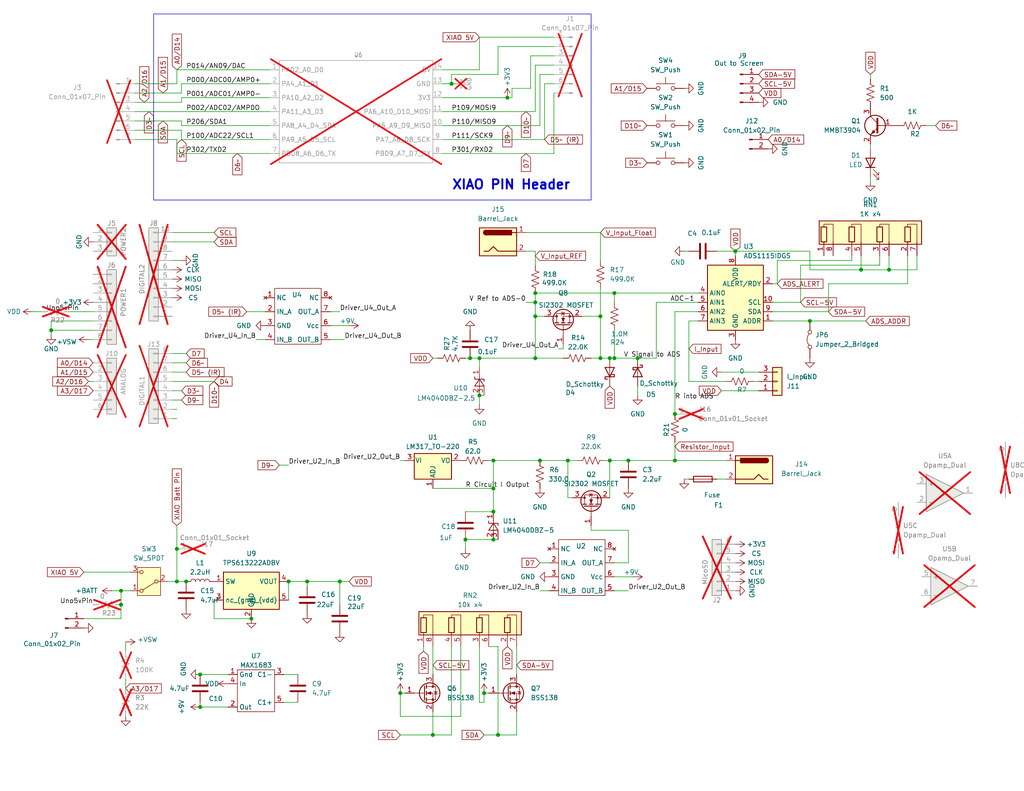
<source format=kicad_sch>
(kicad_sch (version 20250114) (generator "eeschema") (generator_version "9.0")
  (paper "USLetter")
  (title_block (title "Arduino Uno DMM Shield") (date "2025-02-22") (rev "1A") (company "Nick Mann"))
  (rectangle (start 41.91 3.81) (end 161.29 54.61))
  (text "XIAO PIN Header" (at 123.19 52.07 0) (effects (font (size 2.54 2.54) (bold yes)) (justify left bottom)))
  (junction (at 135.89 200.66))
  (junction (at 163.83 97.79))
  (junction (at 83.82 158.75))
  (junction (at 92.71 158.75))
  (junction (at 127 147.32))
  (junction (at 130.81 107.95))
  (junction (at 173.99 97.79))
  (junction (at 147.32 125.73))
  (junction (at 134.62 139.7))
  (junction (at 130.81 97.79))
  (junction (at 68.58 168.91))
  (junction (at 134.62 147.32))
  (junction (at 134.62 133.35))
  (junction (at 184.15 125.73))
  (junction (at 242.57 73.66))
  (junction (at 234.95 73.66))
  (junction (at 128.27 97.79))
  (junction (at 154.94 125.73))
  (junction (at 48.26 149.86))
  (junction (at 138.43 26.67))
  (junction (at 134.62 125.73))
  (junction (at 78.74 158.75))
  (junction (at 200.66 68.58))
  (junction (at 33.02 161.29))
  (junction (at 109.22 189.23))
  (junction (at 132.08 189.23))
  (junction (at 163.83 86.36))
  (junction (at 167.64 97.79))
  (junction (at 146.05 97.79))
  (junction (at 166.37 125.73))
  (junction (at 171.45 125.73))
  (junction (at 48.26 158.75))
  (junction (at 184.15 113.03))
  (junction (at 13.97 90.17))
  (junction (at 33.02 165.1))
  (junction (at 123.19 22.86))
  (junction (at 167.64 80.01))
  (junction (at 118.11 200.66))
  (junction (at 146.05 82.55))
  (junction (at 166.37 97.79))
  (junction (at 54.61 193.04))
  (junction (at 50.8 158.75))
  (junction (at 54.61 184.15))
  (junction (at 220.98 87.63))
  (junction (at 146.05 86.36))
  (junction (at 146.05 80.01))
  (wire (pts (xy 210.82 85.09) (xy 226.06 85.09)))
  (wire (pts (xy 83.82 158.75) (xy 83.82 160.02)))
  (wire (pts (xy 147.32 20.32) (xy 151.13 20.32)))
  (wire (pts (xy 48.26 22.86) (xy 48.26 19.05)))
  (wire (pts (xy 148.59 22.86) (xy 148.59 38.1)))
  (wire (pts (xy 237.49 48.26) (xy 237.49 49.53)))
  (wire (pts (xy 237.49 20.32) (xy 237.49 21.59)))
  (wire (pts (xy 46.99 96.52) (xy 50.8 96.52)))
  (wire (pts (xy 163.83 63.5) (xy 143.51 63.5)))
  (wire (pts (xy 120.65 38.1) (xy 148.59 38.1)))
  (wire (pts (xy 36.83 25.4) (xy 49.53 25.4)))
  (wire (pts (xy 110.49 189.23) (xy 109.22 189.23)))
  (wire (pts (xy 220.98 68.58) (xy 220.98 73.66)))
  (wire (pts (xy 140.97 200.66) (xy 140.97 194.31)))
  (wire (pts (xy 48.26 38.1) (xy 36.83 38.1)))
  (wire (pts (xy 34.29 175.26) (xy 34.29 177.8)))
  (wire (pts (xy 93.98 92.71) (xy 90.17 92.71)))
  (wire (pts (xy 139.7 24.13) (xy 144.78 24.13)))
  (wire (pts (xy 146.05 68.58) (xy 143.51 68.58)))
  (wire (pts (xy 135.89 200.66) (xy 140.97 200.66)))
  (wire (pts (xy 237.49 40.64) (xy 237.49 39.37)))
  (wire (pts (xy 13.97 90.17) (xy 13.97 91.44)))
  (wire (pts (xy 144.78 24.13) (xy 144.78 15.24)))
  (wire (pts (xy 123.19 22.86) (xy 123.19 20.32)))
  (wire (pts (xy 120.65 34.29) (xy 147.32 34.29)))
  (wire (pts (xy 133.35 189.23) (xy 132.08 189.23)))
  (wire (pts (xy 120.65 30.48) (xy 146.05 30.48)))
  (wire (pts (xy 22.86 168.91) (xy 33.02 168.91)))
  (wire (pts (xy 226.06 77.47) (xy 247.65 77.47)))
  (wire (pts (xy 46.99 66.04) (xy 58.42 66.04)))
  (wire (pts (xy 171.45 125.73) (xy 184.15 125.73)))
  (wire (pts (xy 46.99 99.06) (xy 50.8 99.06)))
  (wire (pts (xy 49.53 34.29) (xy 73.66 34.29)))
  (wire (pts (xy 13.97 90.17) (xy 25.4 90.17)))
  (wire (pts (xy 127 97.79) (xy 128.27 97.79)))
  (wire (pts (xy 140.97 176.53) (xy 140.97 184.15)))
  (wire (pts (xy 130.81 176.53) (xy 130.81 191.77)))
  (wire (pts (xy 120.65 19.05) (xy 130.81 19.05)))
  (wire (pts (xy 130.81 107.95) (xy 132.08 107.95)))
  (wire (pts (xy 161.29 144.78) (xy 161.29 143.51)))
  (wire (pts (xy 135.89 176.53) (xy 135.89 200.66)))
  (wire (pts (xy 198.12 104.14) (xy 187.96 104.14)))
  (wire (pts (xy 54.61 184.15) (xy 62.23 184.15)))
  (wire (pts (xy 212.09 77.47) (xy 210.82 77.47)))
  (wire (pts (xy 118.11 133.35) (xy 134.62 133.35)))
  (wire (pts (xy 163.83 97.79) (xy 166.37 97.79)))
  (wire (pts (xy 240.03 69.85) (xy 240.03 72.39)))
  (wire (pts (xy 130.81 110.49) (xy 130.81 107.95)))
  (wire (pts (xy 161.29 97.79) (xy 163.83 97.79)))
  (wire (pts (xy 49.53 22.86) (xy 73.66 22.86)))
  (wire (pts (xy 58.42 163.83) (xy 58.42 168.91)))
  (wire (pts (xy 173.99 97.79) (xy 179.07 97.79)))
  (wire (pts (xy 69.85 92.71) (xy 72.39 92.71)))
  (wire (pts (xy 138.43 26.67) (xy 120.65 26.67)))
  (wire (pts (xy 198.12 130.81) (xy 195.58 130.81)))
  (wire (pts (xy 33.02 165.1) (xy 33.02 161.29)))
  (wire (pts (xy 118.11 200.66) (xy 118.11 194.31)))
  (wire (pts (xy 247.65 69.85) (xy 247.65 77.47)))
  (wire (pts (xy 242.57 73.66) (xy 242.57 69.85)))
  (wire (pts (xy 24.13 92.71) (xy 25.4 92.71)))
  (wire (pts (xy 187.96 87.63) (xy 187.96 104.14)))
  (wire (pts (xy 30.48 161.29) (xy 33.02 161.29)))
  (wire (pts (xy 49.53 25.4) (xy 49.53 22.86)))
  (wire (pts (xy 167.64 90.17) (xy 167.64 97.79)))
  (wire (pts (xy 148.59 22.86) (xy 151.13 22.86)))
  (wire (pts (xy 184.15 85.09) (xy 190.5 85.09)))
  (wire (pts (xy 48.26 158.75) (xy 50.8 158.75)))
  (wire (pts (xy 49.53 33.02) (xy 49.53 34.29)))
  (wire (pts (xy 78.74 158.75) (xy 78.74 163.83)))
  (wire (pts (xy 163.83 86.36) (xy 163.83 97.79)))
  (wire (pts (xy 134.62 133.35) (xy 134.62 139.7)))
  (wire (pts (xy 143.51 82.55) (xy 146.05 82.55)))
  (wire (pts (xy 48.26 19.05) (xy 73.66 19.05)))
  (wire (pts (xy 58.42 168.91) (xy 68.58 168.91)))
  (wire (pts (xy 220.98 87.63) (xy 210.82 87.63)))
  (wire (pts (xy 200.66 68.58) (xy 200.66 69.85)))
  (wire (pts (xy 146.05 80.01) (xy 167.64 80.01)))
  (wire (pts (xy 46.99 101.6) (xy 50.8 101.6)))
  (wire (pts (xy 130.81 100.33) (xy 130.81 97.79)))
  (wire (pts (xy 54.61 191.77) (xy 54.61 193.04)))
  (wire (pts (xy 48.26 149.86) (xy 48.26 158.75)))
  (wire (pts (xy 49.53 38.1) (xy 49.53 35.56)))
  (wire (pts (xy 184.15 120.65) (xy 184.15 125.73)))
  (wire (pts (xy 76.2 127) (xy 78.74 127)))
  (wire (pts (xy 173.99 105.41) (xy 173.99 107.95)))
  (wire (pts (xy 109.22 125.73) (xy 110.49 125.73)))
  (wire (pts (xy 166.37 97.79) (xy 167.64 97.79)))
  (wire (pts (xy 167.64 80.01) (xy 190.5 80.01)))
  (wire (pts (xy 250.19 69.85) (xy 250.19 73.66)))
  (wire (pts (xy 184.15 85.09) (xy 184.15 113.03)))
  (wire (pts (xy 200.66 68.58) (xy 195.58 68.58)))
  (wire (pts (xy 147.32 153.67) (xy 149.86 153.67)))
  (wire (pts (xy 90.17 85.09) (xy 92.71 85.09)))
  (wire (pts (xy 83.82 158.75) (xy 92.71 158.75)))
  (wire (pts (xy 13.97 87.63) (xy 13.97 90.17)))
  (wire (pts (xy 115.57 177.8) (xy 115.57 176.53)))
  (wire (pts (xy 186.69 130.81) (xy 187.96 130.81)))
  (wire (pts (xy 242.57 73.66) (xy 250.19 73.66)))
  (wire (pts (xy 92.71 158.75) (xy 95.25 158.75)))
  (wire (pts (xy 166.37 125.73) (xy 171.45 125.73)))
  (wire (pts (xy 146.05 30.48) (xy 146.05 17.78)))
  (wire (pts (xy 154.94 125.73) (xy 154.94 135.89)))
  (wire (pts (xy 153.67 95.25) (xy 153.67 93.98)))
  (wire (pts (xy 146.05 86.36) (xy 148.59 86.36)))
  (wire (pts (xy 125.73 176.53) (xy 125.73 195.58)))
  (wire (pts (xy 48.26 38.1) (xy 48.26 41.91)))
  (wire (pts (xy 92.71 158.75) (xy 92.71 165.1)))
  (wire (pts (xy 36.83 30.48) (xy 73.66 30.48)))
  (wire (pts (xy 77.47 184.15) (xy 81.28 184.15)))
  (wire (pts (xy 252.73 34.29) (xy 255.27 34.29)))
  (wire (pts (xy 54.61 193.04) (xy 62.23 193.04)))
  (wire (pts (xy 77.47 191.77) (xy 81.28 191.77)))
  (wire (pts (xy 139.7 26.67) (xy 138.43 26.67)))
  (wire (pts (xy 127 139.7) (xy 134.62 139.7)))
  (wire (pts (xy 207.01 104.14) (xy 205.74 104.14)))
  (wire (pts (xy 146.05 86.36) (xy 146.05 97.79)))
  (wire (pts (xy 132.08 200.66) (xy 135.89 200.66)))
  (wire (pts (xy 109.22 195.58) (xy 125.73 195.58)))
  (wire (pts (xy 130.81 10.16) (xy 130.81 19.05)))
  (wire (pts (xy 119.38 97.79) (xy 118.11 97.79)))
  (wire (pts (xy 187.96 68.58) (xy 186.69 68.58)))
  (wire (pts (xy 146.05 17.78) (xy 151.13 17.78)))
  (wire (pts (xy 120.65 22.86) (xy 123.19 22.86)))
  (wire (pts (xy 151.13 41.91) (xy 151.13 25.4)))
  (wire (pts (xy 167.64 82.55) (xy 167.64 80.01)))
  (wire (pts (xy 34.29 185.42) (xy 34.29 187.96)))
  (wire (pts (xy 187.96 87.63) (xy 190.5 87.63)))
  (wire (pts (xy 144.78 15.24) (xy 151.13 15.24)))
  (wire (pts (xy 48.26 143.51) (xy 48.26 149.86)))
  (wire (pts (xy 46.99 109.22) (xy 49.53 109.22)))
  (wire (pts (xy 46.99 114.3) (xy 48.26 114.3)))
  (wire (pts (xy 130.81 97.79) (xy 128.27 97.79)))
  (wire (pts (xy 123.19 20.32) (xy 135.89 20.32)))
  (wire (pts (xy 24.13 104.14) (xy 25.4 104.14)))
  (wire (pts (xy 154.94 125.73) (xy 147.32 125.73)))
  (wire (pts (xy 212.09 71.12) (xy 232.41 71.12)))
  (wire (pts (xy 49.53 38.1) (xy 73.66 38.1)))
  (wire (pts (xy 154.94 125.73) (xy 157.48 125.73)))
  (wire (pts (xy 207.01 106.68) (xy 196.85 106.68)))
  (wire (pts (xy 179.07 82.55) (xy 179.07 97.79)))
  (wire (pts (xy 46.99 104.14) (xy 58.42 104.14)))
  (wire (pts (xy 46.99 111.76) (xy 48.26 111.76)))
  (wire (pts (xy 46.99 106.68) (xy 49.53 106.68)))
  (wire (pts (xy 48.26 41.91) (xy 73.66 41.91)))
  (wire (pts (xy 67.31 85.09) (xy 72.39 85.09)))
  (wire (pts (xy 133.35 176.53) (xy 135.89 176.53)))
  (wire (pts (xy 134.62 125.73) (xy 147.32 125.73)))
  (wire (pts (xy 130.81 10.16) (xy 151.13 10.16)))
  (wire (pts (xy 139.7 24.13) (xy 139.7 26.67)))
  (wire (pts (xy 218.44 72.39) (xy 240.03 72.39)))
  (wire (pts (xy 163.83 63.5) (xy 163.83 71.12)))
  (wire (pts (xy 33.02 168.91) (xy 33.02 165.1)))
  (wire (pts (xy 118.11 176.53) (xy 118.11 184.15)))
  (wire (pts (xy 118.11 200.66) (xy 109.22 200.66)))
  (wire (pts (xy 25.4 87.63) (xy 13.97 87.63)))
  (wire (pts (xy 158.75 86.36) (xy 163.83 86.36)))
  (wire (pts (xy 236.22 87.63) (xy 220.98 87.63)))
  (wire (pts (xy 46.99 71.12) (xy 49.53 71.12)))
  (wire (pts (xy 165.1 125.73) (xy 166.37 125.73)))
  (wire (pts (xy 146.05 80.01) (xy 146.05 82.55)))
  (wire (pts (xy 220.98 73.66) (xy 234.95 73.66)))
  (wire (pts (xy 120.65 41.91) (xy 151.13 41.91)))
  (wire (pts (xy 36.83 33.02) (xy 49.53 33.02)))
  (wire (pts (xy 49.53 26.67) (xy 73.66 26.67)))
  (wire (pts (xy 226.06 77.47) (xy 226.06 85.09)))
  (wire (pts (xy 161.29 144.78) (xy 171.45 144.78)))
  (wire (pts (xy 146.05 82.55) (xy 146.05 86.36)))
  (wire (pts (xy 49.53 27.94) (xy 49.53 26.67)))
  (wire (pts (xy 36.83 35.56) (xy 49.53 35.56)))
  (wire (pts (xy 22.86 156.21) (xy 35.56 156.21)))
  (wire (pts (xy 207.01 101.6) (xy 196.85 101.6)))
  (wire (pts (xy 8.89 85.09) (xy 11.43 85.09)))
  (wire (pts (xy 127 147.32) (xy 134.62 147.32)))
  (wire (pts (xy 212.09 71.12) (xy 212.09 77.47)))
  (wire (pts (xy 109.22 189.23) (xy 109.22 195.58)))
  (wire (pts (xy 147.32 20.32) (xy 147.32 34.29)))
  (wire (pts (xy 234.95 69.85) (xy 234.95 73.66)))
  (wire (pts (xy 171.45 144.78) (xy 171.45 153.67)))
  (wire (pts (xy 154.94 135.89) (xy 156.21 135.89)))
  (wire (pts (xy 123.19 200.66) (xy 118.11 200.66)))
  (wire (pts (xy 167.64 97.79) (xy 173.99 97.79)))
  (wire (pts (xy 166.37 125.73) (xy 166.37 135.89)))
  (wire (pts (xy 179.07 82.55) (xy 190.5 82.55)))
  (wire (pts (xy 123.19 176.53) (xy 123.19 200.66)))
  (wire (pts (xy 146.05 68.58) (xy 146.05 72.39)))
  (wire (pts (xy 130.81 191.77) (xy 132.08 191.77)))
  (wire (pts (xy 19.05 85.09) (xy 25.4 85.09)))
  (wire (pts (xy 134.62 133.35) (xy 134.62 125.73)))
  (wire (pts (xy 45.72 158.75) (xy 48.26 158.75)))
  (wire (pts (xy 171.45 161.29) (xy 167.64 161.29)))
  (wire (pts (xy 135.89 20.32) (xy 135.89 12.7)))
  (wire (pts (xy 172.72 157.48) (xy 167.64 157.48)))
  (wire (pts (xy 171.45 153.67) (xy 167.64 153.67)))
  (wire (pts (xy 132.08 189.23) (xy 132.08 191.77)))
  (wire (pts (xy 146.05 97.79) (xy 153.67 97.79)))
  (wire (pts (xy 200.66 68.58) (xy 220.98 68.58)))
  (wire (pts (xy 78.74 158.75) (xy 83.82 158.75)))
  (wire (pts (xy 218.44 72.39) (xy 218.44 82.55)))
  (wire (pts (xy 135.89 12.7) (xy 151.13 12.7)))
  (wire (pts (xy 232.41 71.12) (xy 232.41 69.85)))
  (wire (pts (xy 123.19 22.86) (xy 124.46 22.86)))
  (wire (pts (xy 163.83 78.74) (xy 163.83 86.36)))
  (wire (pts (xy 184.15 125.73) (xy 198.12 125.73)))
  (wire (pts (xy 130.81 97.79) (xy 146.05 97.79)))
  (wire (pts (xy 95.25 88.9) (xy 90.17 88.9)))
  (wire (pts (xy 134.62 147.32) (xy 135.89 147.32)))
  (wire (pts (xy 33.02 161.29) (xy 35.56 161.29)))
  (wire (pts (xy 210.82 82.55) (xy 218.44 82.55)))
  (wire (pts (xy 36.83 22.86) (xy 48.26 22.86)))
  (wire (pts (xy 127 149.86) (xy 127 147.32)))
  (wire (pts (xy 234.95 73.66) (xy 242.57 73.66)))
  (wire (pts (xy 152.4 95.25) (xy 153.67 95.25)))
  (wire (pts (xy 36.83 27.94) (xy 49.53 27.94)))
  (wire (pts (xy 46.99 63.5) (xy 58.42 63.5)))
  (wire (pts (xy 147.32 161.29) (xy 149.86 161.29)))
  (wire (pts (xy 134.62 125.73) (xy 133.35 125.73)))
  (label "P000{slash}ADC00{slash}AMP0+" (at 50.8 22.86 0))
  (label "P109{slash}MOSI9" (at 123.19 30.48 0))
  (label "R Circuit I Output" (at 127 133.35 0))
  (label "Driver_U4_Out_A" (at 92.71 85.09 0))
  (label "Driver_U2_Out_B" (at 109.22 125.73 180))
  (label "V Ref to ADS-0" (at 143.51 82.55 180))
  (label "Driver_U2_In_B" (at 78.74 127 0))
  (label "Driver_U4_Out_B" (at 93.98 92.71 0))
  (label "V Signal to ADS" (at 170.18 97.79 0))
  (label "R into ADS" (at 184.15 109.22 0))
  (label "P301{slash}RXD2" (at 123.19 41.91 0))
  (label "Driver_U2_Out_B" (at 171.45 161.29 0))
  (label "P302{slash}TXD2" (at 50.8 41.91 0))
  (label "ADC-1" (at 182.88 82.55 0))
  (label "P206{slash}SDA1" (at 50.8 34.29 0))
  (label "P100{slash}ADC22{slash}SCL1" (at 50.8 38.1 0))
  (label "P001{slash}ADC01{slash}AMP0-" (at 50.8 26.67 0))
  (label "P110{slash}MISO9" (at 123.19 34.29 0))
  (label "Uno5vPin" (at 25.4 165.1 180))
  (label "P111{slash}SCK9" (at 123.19 38.1 0))
  (label "Driver_U4_In_B" (at 69.85 92.71 180))
  (label "P014{slash}AN09{slash}DAC" (at 50.8 19.05 0))
  (label "Driver_U2_In_B" (at 147.32 161.29 180))
  (label "Driver_U4_Out_A" (at 152.4 95.25 180))
  (label "Uno5vPin" (at 21.59 85.09 180))
  (label "P002{slash}ADC02{slash}AMP0O" (at 50.8 30.48 0))
  (global_label "A0{slash}D14" (shape input) (at 25.4 99.06 180) (property "Intersheetrefs" "${INTERSHEET_REFS}" (effects (hide yes))))
  (global_label "I_Input" (shape input) (at 187.96 95.25 0) (property "Intersheetrefs" "${INTERSHEET_REFS}" (effects (hide yes))))
  (global_label "D5~ (IR)" (shape input) (at 67.31 85.09 180) (property "Intersheetrefs" "${INTERSHEET_REFS}" (effects (hide yes))))
  (global_label "VDD" (shape input) (at 207.01 25.4 0) (property "Intersheetrefs" "${INTERSHEET_REFS}" (effects (hide yes))))
  (global_label "VDD" (shape input) (at 115.57 177.8 270) (property "Intersheetrefs" "${INTERSHEET_REFS}" (effects (hide yes))))
  (global_label "SCL" (shape input) (at 49.53 38.1 270) (property "Intersheetrefs" "${INTERSHEET_REFS}" (effects (hide yes))))
  (global_label "A2{slash}D16" (shape input) (at 39.37 27.94 90) (property "Intersheetrefs" "${INTERSHEET_REFS}" (effects (hide yes))))
  (global_label "SDA" (shape input) (at 132.08 200.66 180) (property "Intersheetrefs" "${INTERSHEET_REFS}" (effects (hide yes))))
  (global_label "D9~" (shape input) (at 49.53 109.22 0) (property "Intersheetrefs" "${INTERSHEET_REFS}" (effects (hide yes))))
  (global_label "VDD" (shape input) (at 196.85 106.68 180) (property "Intersheetrefs" "${INTERSHEET_REFS}" (effects (hide yes))))
  (global_label "XIAO 5V" (shape input) (at 22.86 156.21 180) (property "Intersheetrefs" "${INTERSHEET_REFS}" (effects (hide yes))))
  (global_label "D6~" (shape input) (at 50.8 99.06 0) (property "Intersheetrefs" "${INTERSHEET_REFS}" (effects (hide yes))))
  (global_label "ADS_ALERT" (shape input) (at 212.09 77.47 0) (property "Intersheetrefs" "${INTERSHEET_REFS}" (effects (hide yes))))
  (global_label "A0{slash}D14" (shape input) (at 48.26 19.05 90) (property "Intersheetrefs" "${INTERSHEET_REFS}" (effects (hide yes))))
  (global_label "D7" (shape input) (at 143.51 41.91 270) (property "Intersheetrefs" "${INTERSHEET_REFS}" (effects (hide yes))))
  (global_label "XIAO 5V" (shape input) (at 130.81 10.16 180) (property "Intersheetrefs" "${INTERSHEET_REFS}" (effects (hide yes))))
  (global_label "A2{slash}D16" (shape input) (at 24.13 104.14 180) (property "Intersheetrefs" "${INTERSHEET_REFS}" (effects (hide yes))))
  (global_label "VDD" (shape input) (at 95.25 158.75 0) (property "Intersheetrefs" "${INTERSHEET_REFS}" (effects (hide yes))))
  (global_label "D6~" (shape input) (at 255.27 34.29 0) (property "Intersheetrefs" "${INTERSHEET_REFS}" (effects (hide yes))))
  (global_label "SCL-5V" (shape input) (at 118.11 181.61 0) (property "Intersheetrefs" "${INTERSHEET_REFS}" (effects (hide yes))))
  (global_label "D4" (shape input) (at 58.42 104.14 0) (property "Intersheetrefs" "${INTERSHEET_REFS}" (effects (hide yes))))
  (global_label "VDD" (shape input) (at 166.37 105.41 270) (property "Intersheetrefs" "${INTERSHEET_REFS}" (effects (hide yes))))
  (global_label "D10~" (shape input) (at 176.53 34.29 180) (property "Intersheetrefs" "${INTERSHEET_REFS}" (effects (hide yes))))
  (global_label "D7" (shape input) (at 50.8 96.52 0) (property "Intersheetrefs" "${INTERSHEET_REFS}" (effects (hide yes))))
  (global_label "A1{slash}D15" (shape input) (at 176.53 24.13 180) (property "Intersheetrefs" "${INTERSHEET_REFS}" (effects (hide yes))))
  (global_label "Resistor_Input" (shape input) (at 184.15 121.92 0) (property "Intersheetrefs" "${INTERSHEET_REFS}" (effects (hide yes))))
  (global_label "SDA-5V" (shape input) (at 140.97 181.61 0) (property "Intersheetrefs" "${INTERSHEET_REFS}" (effects (hide yes))))
  (global_label "V_Input_Float" (shape input) (at 163.83 63.5 0) (property "Intersheetrefs" "${INTERSHEET_REFS}" (effects (hide yes))))
  (global_label "D7" (shape input) (at 147.32 153.67 180) (property "Intersheetrefs" "${INTERSHEET_REFS}" (effects (hide yes))))
  (global_label "A3{slash}D17" (shape input) (at 34.29 187.96 0) (property "Intersheetrefs" "${INTERSHEET_REFS}" (effects (hide yes))))
  (global_label "D3~" (shape input) (at 176.53 44.45 180) (property "Intersheetrefs" "${INTERSHEET_REFS}" (effects (hide yes))))
  (global_label "A3{slash}D17" (shape input) (at 25.4 106.68 180) (property "Intersheetrefs" "${INTERSHEET_REFS}" (effects (hide yes))))
  (global_label "VDD" (shape input) (at 237.49 20.32 90) (property "Intersheetrefs" "${INTERSHEET_REFS}" (effects (hide yes))))
  (global_label "SDA-5V" (shape input) (at 207.01 20.32 0) (property "Intersheetrefs" "${INTERSHEET_REFS}" (effects (hide yes))))
  (global_label "V_Input_REF" (shape input) (at 146.05 69.85 0) (property "Intersheetrefs" "${INTERSHEET_REFS}" (effects (hide yes))))
  (global_label "ADS_ADDR" (shape input) (at 236.22 87.63 0) (property "Intersheetrefs" "${INTERSHEET_REFS}" (effects (hide yes))))
  (global_label "D5~ (IR)" (shape input) (at 50.8 101.6 0) (property "Intersheetrefs" "${INTERSHEET_REFS}" (effects (hide yes))))
  (global_label "A0{slash}D14" (shape input) (at 209.55 38.1 0) (property "Intersheetrefs" "${INTERSHEET_REFS}" (effects (hide yes))))
  (global_label "A1{slash}D15" (shape input) (at 44.45 25.4 90) (property "Intersheetrefs" "${INTERSHEET_REFS}" (effects (hide yes))))
  (global_label "A1{slash}D15" (shape input) (at 25.4 101.6 180) (property "Intersheetrefs" "${INTERSHEET_REFS}" (effects (hide yes))))
  (global_label "D9~" (shape input) (at 138.43 34.29 270) (property "Intersheetrefs" "${INTERSHEET_REFS}" (effects (hide yes))))
  (global_label "SCL" (shape input) (at 58.42 63.5 0) (property "Intersheetrefs" "${INTERSHEET_REFS}" (effects (hide yes))))
  (global_label "SDA" (shape input) (at 58.42 66.04 0) (property "Intersheetrefs" "${INTERSHEET_REFS}" (effects (hide yes))))
  (global_label "SDA" (shape input) (at 44.45 33.02 270) (property "Intersheetrefs" "${INTERSHEET_REFS}" (effects (hide yes))))
  (global_label "D3~" (shape input) (at 40.64 30.48 270) (property "Intersheetrefs" "${INTERSHEET_REFS}" (effects (hide yes))))
  (global_label "SCL" (shape input) (at 109.22 200.66 180) (property "Intersheetrefs" "${INTERSHEET_REFS}" (effects (hide yes))))
  (global_label "VDD" (shape input) (at 138.43 176.53 270) (property "Intersheetrefs" "${INTERSHEET_REFS}" (effects (hide yes))))
  (global_label "D10~" (shape input) (at 58.42 104.14 270) (property "Intersheetrefs" "${INTERSHEET_REFS}" (effects (hide yes))))
  (global_label "VDD" (shape input) (at 200.66 68.58 90) (property "Intersheetrefs" "${INTERSHEET_REFS}" (effects (hide yes))))
  (global_label "D6~" (shape input) (at 64.77 41.91 270) (property "Intersheetrefs" "${INTERSHEET_REFS}" (effects (hide yes))))
  (global_label "XIAO Batt Pin" (shape input) (at 48.26 143.51 90) (property "Intersheetrefs" "${INTERSHEET_REFS}" (effects (hide yes))))
  (global_label "D10~" (shape input) (at 143.51 30.48 270) (property "Intersheetrefs" "${INTERSHEET_REFS}" (effects (hide yes))))
  (global_label "SCL-5V" (shape input) (at 207.01 22.86 0) (property "Intersheetrefs" "${INTERSHEET_REFS}" (effects (hide yes))))
  (global_label "SCL-5V" (shape input) (at 218.44 82.55 0) (property "Intersheetrefs" "${INTERSHEET_REFS}" (effects (hide yes))))
  (global_label "D3~" (shape input) (at 49.53 106.68 0) (property "Intersheetrefs" "${INTERSHEET_REFS}" (effects (hide yes))))
  (global_label "D5~ (IR)" (shape input) (at 148.59 38.1 0) (property "Intersheetrefs" "${INTERSHEET_REFS}" (effects (hide yes))))
  (global_label "VDD" (shape input) (at 118.11 97.79 180) (property "Intersheetrefs" "${INTERSHEET_REFS}" (effects (hide yes))))
  (global_label "SDA-5V" (shape input) (at 226.06 85.09 0) (property "Intersheetrefs" "${INTERSHEET_REFS}" (effects (hide yes))))
  (global_label "D9~" (shape input) (at 76.2 127 180) (property "Intersheetrefs" "${INTERSHEET_REFS}" (effects (hide yes))))
  (symbol (lib_id "Device:Opamp_Dual") (at 276.86 128.27 0) (unit 3) (dnp yes)
    (property "Reference" "U8" (at 275.59 126.9999 0) (effects (justify left)))
    (property "Value" "Opamp_Dual" (at 275.59 129.5399 0) (effects (justify left)))
    (property "Footprint" "Package_SO:SOIC-8_3.9x4.9mm_P1.27mm" (effects (hide yes)))
    (property "Description" "Dual operational amplifier" (effects (hide yes)))
    (property "Sim.Library" "${KICAD9_SYMBOL_DIR}/Simulation_SPICE.sp" (effects (hide yes)))
    (property "Sim.Name" "kicad_builtin_opamp_dual" (effects (hide yes)))
    (property "Sim.Device" "SUBCKT" (effects (hide yes)))
    (property "Sim.Pins" "1=out1 2=in1- 3=in1+ 4=vee 5=in2+ 6=in2- 7=out2 8=vcc" (effects (hide yes)))
  )
  (symbol (lib_id "Transistor_FET:BSS138") (at 115.57 189.23 0) (unit 1)
    (property "Reference" "Q6" (at 121.92 187.9599 0) (effects (justify left)))
    (property "Value" "BSS138" (at 121.92 190.4999 0) (effects (justify left)))
    (property "Footprint" "Package_TO_SOT_SMD:SOT-23" (effects (hide yes)))
    (property "Datasheet" "https://www.onsemi.com/pub/Collateral/BSS138-D.PDF" (effects (hide yes)))
    (property "Description" "50V Vds, 0.22A Id, N-Channel MOSFET, SOT-23" (effects (hide yes)))
  )
  (symbol (lib_name "+BATT_1") (lib_id "power:+BATT") (at 30.48 161.29 90) (unit 1)
    (property "Reference" "#PWR063" (effects (hide yes)))
    (property "Value" "+BATT" (at 26.67 161.2901 90) (effects (justify left)))
    (property "Description" "Power symbol creates a global label with name \"+BATT\"" (effects (hide yes)))
  )
  (symbol (lib_id "Device:C") (at 54.61 187.96 0) (unit 1)
    (property "Reference" "C10" (at 56.896 190.754 0) (effects (justify left)))
    (property "Value" "4.7uF" (at 46.228 187.96 0) (effects (justify left)))
    (property "Footprint" "Capacitor_SMD:C_0805_2012Metric_Pad1.18x1.45mm_HandSolder" (effects (hide yes)))
    (property "Description" "Unpolarized capacitor" (effects (hide yes)))
    (property "Function" "Charge Pump" (effects (hide yes)))
  )
  (symbol (lib_id "power:+3.3V") (at 200.66 151.13 270) (unit 1)
    (property "Reference" "#PWR076" (effects (hide yes)))
    (property "Value" "CS" (at 206.375 151.13 90))
  )
  (symbol (lib_id "Device:R_US") (at 172.72 234.95 180) (unit 1) (on_board no) (dnp yes)
    (property "Reference" "R19" (at 170.688 236.22 0) (effects (justify left)))
    (property "Value" "10K" (at 170.942 233.934 0) (effects (justify left)))
    (property "Footprint" "Resistor_SMD:R_0805_2012Metric_Pad1.20x1.40mm_HandSolder" (effects (hide yes)))
    (property "Description" "Resistor, US symbol" (effects (hide yes)))
    (property "ValueTemp" "5K" (effects (hide yes)))
    (property "Function" "Current Limit" (effects (hide yes)))
  )
  (symbol (lib_id "power:+9V") (at 54.61 193.04 90) (unit 1)
    (property "Reference" "#PWR036" (effects (hide yes)))
    (property "Value" "+9V" (at 49.53 193.04 0))
    (property "Description" "Power symbol creates a global label with name \"+9V\"" (effects (hide yes)))
  )
  (symbol (lib_id "Transistor_FET:DMG2302U") (at 153.67 88.9 90) (unit 1)
    (property "Reference" "Q8" (at 153.67 80.01 90))
    (property "Value" "SI2302 MOSFET" (at 154.432 83.312 90))
    (property "Footprint" "Package_TO_SOT_SMD:SOT-23" (effects (hide yes)))
    (property "Datasheet" "http://www.diodes.com/assets/Datasheets/DMG2302U.pdf" (effects (hide yes)))
    (property "Description" "4.2A Id, 20V Vds, N-Channel MOSFET, SOT-23" (effects (hide yes)))
    (property "Function" "R Circuit Range Switch" (effects (hide yes)))
  )
  (symbol (lib_id "Transistor_FET:DMG2302U") (at 161.29 138.43 90) (unit 1)
    (property "Reference" "Q2" (at 161.29 129.54 90))
    (property "Value" "SI2302 MOSFET" (at 161.29 132.08 90))
    (property "Footprint" "Package_TO_SOT_SMD:SOT-23" (effects (hide yes)))
    (property "Datasheet" "http://www.diodes.com/assets/Datasheets/DMG2302U.pdf" (effects (hide yes)))
    (property "Description" "4.2A Id, 20V Vds, N-Channel MOSFET, SOT-23" (effects (hide yes)))
    (property "Function" "R Circuit Range Switch" (effects (hide yes)))
  )
  (symbol (lib_id "Connector:Conn_01x07_Pin") (at 156.21 17.78 0) (mirror y) (unit 1) (dnp yes)
    (property "Reference" "J1" (at 155.575 5.08 0))
    (property "Value" "Conn_01x07_Pin" (at 155.575 7.62 0))
    (property "Footprint" "Connector_PinSocket_2.54mm:PinSocket_1x07_P2.54mm_Vertical" (effects (hide yes)))
    (property "Description" "Generic connector, single row, 01x07, script generated" (effects (hide yes)))
  )
  (symbol (lib_id "power:+3.3V") (at 25.4 82.55 90) (unit 1)
    (property "Reference" "#PWR021" (effects (hide yes)))
    (property "Value" "+3V3" (at 19.685 82.55 90))
  )
  (symbol (lib_id "Device:R_US") (at 15.24 85.09 90) (unit 1) (dnp yes)
    (property "Reference" "R22" (at 15.748 87.376 90))
    (property "Value" "0" (at 15.748 82.296 90))
    (property "Footprint" "Resistor_SMD:R_0805_2012Metric_Pad1.20x1.40mm_HandSolder" (effects (hide yes)))
    (property "Description" "Resistor, US symbol" (effects (hide yes)))
    (property "Function" "BJTCurrentLimit1" (effects (hide yes)))
  )
  (symbol (lib_id "Analog_ADC:ADS1115IDGS") (at 200.66 82.55 0) (unit 1)
    (property "Reference" "U3" (at 202.8541 67.31 0) (effects (justify left)))
    (property "Value" "ADS1115IDGS" (at 202.8541 69.85 0) (effects (justify left)))
    (property "Footprint" "Package_SO:TSSOP-10_3x3mm_P0.5mm" (effects (hide yes)))
    (property "Datasheet" "http://www.ti.com/lit/ds/symlink/ads1113.pdf" (effects (hide yes)))
    (property "Description" "Ultra-Small, Low-Power, I2C-Compatible, 860-SPS, 16-Bit ADCs With Internal Reference, Oscillator, and Programmable Comparator, VSSOP-10" (effects (hide yes)))
    (property "ValueTemp" "ADS1115IDGS" (effects (hide yes)))
  )
  (symbol (lib_id "Device:C") (at 50.8 162.56 0) (unit 1)
    (property "Reference" "C15" (at 54.61 161.2899 0) (effects (justify left)))
    (property "Value" "4.7uF" (at 54.61 163.8299 0) (effects (justify left)))
    (property "Footprint" "Capacitor_SMD:C_0805_2012Metric_Pad1.18x1.45mm_HandSolder" (effects (hide yes)))
    (property "Description" "Unpolarized capacitor" (effects (hide yes)))
    (property "Function" "Boost Circuit Input" (effects (hide yes)))
  )
  (symbol (lib_id "Device:Fuse") (at 191.77 130.81 270) (mirror x) (unit 1)
    (property "Reference" "F1" (at 196.088 137.922 90))
    (property "Value" "Fuse" (at 194.31 135.128 90))
    (property "Footprint" "Fuse:Fuse_1206_3216Metric_Pad1.42x1.75mm_HandSolder" (effects (hide yes)))
    (property "Description" "Fuse" (effects (hide yes)))
    (property "Function" "Dead Short Protection" (effects (hide yes)))
  )
  (symbol (lib_id "Connector_Generic:Conn_01x10") (at 41.91 76.2 180) (unit 1) (dnp yes)
    (property "Reference" "J8" (at 41.91 60.96 0))
    (property "Value" "DIGITAL2" (at 38.735 76.2 90))
    (property "Footprint" "Library:PinHeader_1x10_P2.54mm_Vertical_NoBox" (effects (hide yes)))
    (property "ValueTemp" "DIGITAL2" (effects (hide yes)))
  )
  (symbol (lib_id "Reference_Voltage:LM4040DBZ-5") (at 134.62 143.51 90) (unit 1)
    (property "Reference" "U11" (at 137.16 142.2399 90) (effects (justify right)))
    (property "Value" "LM4040DBZ-5" (at 137.16 144.7799 90) (effects (justify right)))
    (property "Footprint" "Package_TO_SOT_SMD:SOT-23" (effects (hide yes)))
    (property "Datasheet" "http://www.ti.com/lit/ds/symlink/lm4040-n.pdf" (effects (hide yes)))
    (property "Description" "5.000V Precision Micropower Shunt Voltage Reference, SOT-23" (effects (hide yes)))
    (property "Function" "R Circuit Reference" (effects (hide yes)))
  )
  (symbol (lib_id "power:+3.3V") (at 46.99 78.74 270) (unit 1)
    (property "Reference" "#PWR02" (effects (hide yes)))
    (property "Value" "MOSI" (at 52.705 78.74 90))
  )
  (symbol (lib_id "power:GND") (at 13.97 91.44 0) (unit 1)
    (property "Reference" "#PWR018" (effects (hide yes)))
    (property "Value" "GND" (at 13.97 95.25 0))
  )
  (symbol (lib_id "power:+VSW") (at 24.13 92.71 90) (unit 1)
    (property "Reference" "#PWR019" (effects (hide yes)))
    (property "Value" "+VSW" (at 20.955 93.345 90) (effects (justify left)))
  )
  (symbol (lib_id "Connector:Conn_01x02_Pin") (at 17.78 168.91 0) (unit 1)
    (property "Reference" "J7" (at 14.732 173.482 0))
    (property "Value" "Conn_01x02_Pin" (at 14.224 175.768 0))
    (property "Footprint" "Connector_PinSocket_2.54mm:PinSocket_1x02_P2.54mm_Vertical" (effects (hide yes)))
    (property "Description" "Generic connector, single row, 01x02, script generated" (effects (hide yes)))
  )
  (symbol (lib_id "power:GND") (at 68.58 168.91 0) (unit 1)
    (property "Reference" "#PWR029" (effects (hide yes)))
    (property "Value" "GND" (effects (hide yes)))
    (property "Description" "Power symbol creates a global label with name \"GND\" , ground" (effects (hide yes)))
  )
  (symbol (lib_id "power:GND") (at 127 149.86 0) (unit 1)
    (property "Reference" "#PWR042" (effects (hide yes)))
    (property "Value" "GND" (at 125.984 154.94 0))
    (property "Description" "Power symbol creates a global label with name \"GND\" , ground" (effects (hide yes)))
  )
  (symbol (lib_id "Device:R_US") (at 163.83 74.93 0) (unit 1)
    (property "Reference" "R17" (at 166.37 73.6599 0) (effects (justify left)))
    (property "Value" "499.0K" (at 166.37 76.1999 0) (effects (justify left)))
    (property "Footprint" "Resistor_SMD:R_0805_2012Metric_Pad1.20x1.40mm_HandSolder" (effects (hide yes)))
    (property "Description" "Resistor, US symbol" (effects (hide yes)))
    (property "ValueTemp" "75K" (effects (hide yes)))
    (property "Function" "V Signal Divider" (effects (hide yes)))
  )
  (symbol (lib_id "power:GND") (at 92.71 172.72 0) (unit 1)
    (property "Reference" "#PWR082" (effects (hide yes)))
    (property "Value" "GND" (effects (hide yes)))
    (property "Description" "Power symbol creates a global label with name \"GND\" , ground" (effects (hide yes)))
  )
  (symbol (lib_id "Device:R_US") (at 123.19 97.79 90) (unit 1)
    (property "Reference" "R27" (at 121.92 95.758 0) (effects (justify left)))
    (property "Value" "4.7K" (at 124.206 96.012 0) (effects (justify left)))
    (property "Footprint" "Resistor_SMD:R_0805_2012Metric_Pad1.20x1.40mm_HandSolder" (effects (hide yes)))
    (property "Description" "Resistor, US symbol" (effects (hide yes)))
    (property "ValueTemp" "5K" (effects (hide yes)))
    (property "Function" "Current Limit" (effects (hide yes)))
  )
  (symbol (lib_id "power:GND") (at 171.45 133.35 0) (unit 1)
    (property "Reference" "#PWR047" (effects (hide yes)))
    (property "Value" "GND" (at 171.45 138.43 0))
    (property "Description" "Power symbol creates a global label with name \"GND\" , ground" (effects (hide yes)))
  )
  (symbol (lib_id "Connector:Conn_01x04_Pin") (at 201.93 22.86 0) (unit 1)
    (property "Reference" "J9" (at 202.565 15.24 0))
    (property "Value" "Out to Screen" (at 201.676 17.272 0))
    (property "Footprint" "Connector_PinSocket_2.54mm:PinSocket_1x04_P2.54mm_Vertical" (effects (hide yes)))
    (property "Description" "Generic connector, single row, 01x04, script generated" (effects (hide yes)))
    (property "ValueTemp" "Out to Screen" (effects (hide yes)))
  )
  (symbol (lib_id "Device:D_Schottky") (at 173.99 101.6 270) (unit 1)
    (property "Reference" "D5" (at 176.276 107.696 90) (effects (justify left)))
    (property "Value" "D_Schottky" (at 174.498 104.648 90) (effects (justify left)))
    (property "Footprint" "Diode_SMD:D_SOD-123" (effects (hide yes)))
    (property "Description" "Schottky diode" (effects (hide yes)))
    (property "Function" "Overvoltage Proection" (effects (hide yes)))
  )
  (symbol (lib_id "Switch:SW_Push") (at 181.61 44.45 0) (unit 1)
    (property "Reference" "SW1" (at 181.61 36.83 0))
    (property "Value" "SW_Push" (at 181.61 39.37 0))
    (property "Footprint" "Button_Switch_SMD:SW_SPST_CK_RS282G05A3" (effects (hide yes)))
    (property "Description" "Push button switch, generic, two pins" (effects (hide yes)))
    (property "ValueTemp" "SW_Push" (effects (hide yes)))
  )
  (symbol (lib_id "power:GND") (at 209.55 40.64 90) (unit 1)
    (property "Reference" "#PWR044" (effects (hide yes)))
    (property "Value" "GND" (at 214.122 40.64 0))
    (property "Description" "Power symbol creates a global label with name \"GND\" , ground" (effects (hide yes)))
  )
  (symbol (lib_id "power:+5V") (at 62.23 186.69 90) (unit 1)
    (property "Reference" "#PWR039" (effects (hide yes)))
    (property "Value" "VDD" (at 57.912 186.69 90))
  )
  (symbol (lib_id "Connector_Generic:Conn_01x06") (at 195.58 156.21 180) (unit 1) (dnp yes)
    (property "Reference" "J2" (at 195.58 163.83 0))
    (property "Value" "MicoSD" (at 192.405 156.21 90))
    (property "Footprint" "Connector_PinSocket_2.54mm:PinSocket_1x06_P2.54mm_Vertical" (effects (hide yes)))
  )
  (symbol (lib_id "power:GND") (at 186.69 44.45 90) (unit 1)
    (property "Reference" "#PWR024" (effects (hide yes)))
    (property "Value" "GND" (at 191.262 44.45 0))
    (property "Description" "Power symbol creates a global label with name \"GND\" , ground" (effects (hide yes)))
  )
  (symbol (lib_id "Connector_Generic:Conn_01x06") (at 30.48 104.14 0) (unit 1) (dnp yes)
    (property "Reference" "J10" (at 30.48 96.52 0))
    (property "Value" "ANALOG" (at 33.655 104.14 90))
    (property "Footprint" "Library:PinHeader_1x06_P2.54mm_Vertical_NoBox" (effects (hide yes)))
    (property "ValueTemp" "ANALOG" (effects (hide yes)))
  )
  (symbol (lib_id "power:GND") (at 54.61 184.15 270) (unit 1)
    (property "Reference" "#PWR037" (effects (hide yes)))
    (property "Value" "GND" (at 50.038 182.626 0))
    (property "Description" "Power symbol creates a global label with name \"GND\" , ground" (effects (hide yes)))
  )
  (symbol (lib_id "Device:R_Pack04_SIP") (at 237.49 64.77 0) (unit 1)
    (property "Reference" "RN1" (at 237.49 55.88 0))
    (property "Value" "1K x4" (at 237.49 58.42 0))
    (property "Footprint" "Resistor_SMD:R_Array_Convex_4x1206" (effects (hide yes)))
    (property "Datasheet" "http://www.vishay.com/docs/31509/csc.pdf" (effects (hide yes)))
    (property "Description" "4 resistor network, parallel topology, SIP package" (effects (hide yes)))
  )
  (symbol (lib_id "power:GND") (at 83.82 167.64 0) (unit 1)
    (property "Reference" "#PWR010" (effects (hide yes)))
    (property "Value" "GND" (effects (hide yes)))
    (property "Description" "Power symbol creates a global label with name \"GND\" , ground" (effects (hide yes)))
  )
  (symbol (lib_id "Seeed_libdb:Module/XIAO-HALF-HOLE") (at 97.79 30.48 0) (unit 1) (on_board no) (dnp yes)
    (property "Reference" "U6" (at 97.79 14.986 0) (effects (font (size 1.27 1.0795))))
    (property "Value" "~" (at 97.155 15.24 0) (effects (font (size 1.27 1.0795))))
    (property "SKU" "XIAO-HALF-HOLE" (effects (hide yes)))
  )
  (symbol (lib_id "power:GND") (at 147.32 133.35 0) (unit 1)
    (property "Reference" "#PWR035" (effects (hide yes)))
    (property "Value" "GND" (at 147.32 138.43 0))
    (property "Description" "Power symbol creates a global label with name \"GND\" , ground" (effects (hide yes)))
  )
  (symbol (lib_id "power:+3.3V") (at 200.66 153.67 270) (unit 1)
    (property "Reference" "#PWR077" (effects (hide yes)))
    (property "Value" "MOSI" (at 206.375 153.67 90))
  )
  (symbol (lib_id "MIC4801:MAX1683") (at 63.5 189.23 0) (unit 1)
    (property "Reference" "U7" (at 69.85 179.07 0))
    (property "Value" "MAX1683" (at 69.85 181.61 0))
    (property "Footprint" "Package_TO_SOT_SMD:SOT-23-5_HandSoldering" (effects (hide yes)))
    (property "Datasheet" "https://www.analog.com/media/en/technical-documentation/data-sheets/MAX1682-MAX1683.pdf" (effects (hide yes)))
    (property "Description" "IC REG CHARGE PUMP 2VIN SOT23-5" (effects (hide yes)))
    (property "Function" "Voltage Doubler" (effects (hide yes)))
  )
  (symbol (lib_id "power:+VSW") (at 34.29 175.26 270) (unit 1)
    (property "Reference" "#PWR028" (effects (hide yes)))
    (property "Value" "+VSW" (at 37.465 174.625 90) (effects (justify left)))
  )
  (symbol (lib_id "power:+3.3V") (at 200.66 158.75 270) (unit 1)
    (property "Reference" "#PWR079" (effects (hide yes)))
    (property "Value" "MISO" (at 206.375 158.75 90))
  )
  (symbol (lib_id "Device:Opamp_Dual") (at 288.29 143.51 0) (unit 2) (dnp yes)
    (property "Reference" "U8" (at 288.29 133.35 0))
    (property "Value" "Opamp_Dual" (at 288.29 135.89 0))
    (property "Footprint" "Package_SO:SOIC-8_3.9x4.9mm_P1.27mm" (effects (hide yes)))
    (property "Description" "Dual operational amplifier" (effects (hide yes)))
    (property "Sim.Library" "${KICAD9_SYMBOL_DIR}/Simulation_SPICE.sp" (effects (hide yes)))
    (property "Sim.Name" "kicad_builtin_opamp_dual" (effects (hide yes)))
    (property "Sim.Device" "SUBCKT" (effects (hide yes)))
    (property "Sim.Pins" "1=out1 2=in1- 3=in1+ 4=vee 5=in2+ 6=in2- 7=out2 8=vcc" (effects (hide yes)))
  )
  (symbol (lib_id "Device:Opamp_Dual") (at 247.65 144.78 0) (unit 3) (dnp yes)
    (property "Reference" "U5" (at 246.38 143.5099 0) (effects (justify left)))
    (property "Value" "Opamp_Dual" (at 246.38 146.0499 0) (effects (justify left)))
    (property "Footprint" "Package_SO:SOIC-8_3.9x4.9mm_P1.27mm" (effects (hide yes)))
    (property "Description" "Dual operational amplifier" (effects (hide yes)))
    (property "Sim.Library" "${KICAD9_SYMBOL_DIR}/Simulation_SPICE.sp" (effects (hide yes)))
    (property "Sim.Name" "kicad_builtin_opamp_dual" (effects (hide yes)))
    (property "Sim.Device" "SUBCKT" (effects (hide yes)))
    (property "Sim.Pins" "1=out1 2=in1- 3=in1+ 4=vee 5=in2+ 6=in2- 7=out2 8=vcc" (effects (hide yes)))
  )
  (symbol (lib_id "power:GND") (at 207.01 27.94 90) (unit 1)
    (property "Reference" "#PWR041" (effects (hide yes)))
    (property "Value" "GND" (at 210.82 27.9399 90) (effects (justify right)))
    (property "Description" "Power symbol creates a global label with name \"GND\" , ground" (effects (hide yes)))
  )
  (symbol (lib_id "Connector:Barrel_Jack") (at 135.89 66.04 0) (unit 1)
    (property "Reference" "J15" (at 135.89 57.15 0))
    (property "Value" "Barrel_Jack" (at 135.89 59.69 0))
    (property "Footprint" "Connector_BarrelJack:BarrelJack_Horizontal" (effects (hide yes)))
    (property "Description" "DC Barrel Jack" (effects (hide yes)))
    (property "ValueTemp" "Barrel_Jack" (effects (hide yes)))
  )
  (symbol (lib_id "Connector_Generic:Conn_01x08") (at 30.48 82.55 0) (unit 1) (dnp yes)
    (property "Reference" "J6" (at 29.21 72.39 0) (effects (justify left)))
    (property "Value" "POWER1" (at 33.655 82.55 90))
    (property "Footprint" "Library:PinHeader_1x08_P2.54mm_Vertical_NoBox" (effects (hide yes)))
    (property "ValueTemp" "POWER1" (effects (hide yes)))
  )
  (symbol (lib_id "Device:R_US") (at 172.72 223.52 180) (unit 1) (on_board no) (dnp yes)
    (property "Reference" "R20" (at 170.688 224.79 0) (effects (justify left)))
    (property "Value" "10K" (at 170.942 222.504 0) (effects (justify left)))
    (property "Footprint" "Resistor_SMD:R_0805_2012Metric_Pad1.20x1.40mm_HandSolder" (effects (hide yes)))
    (property "Description" "Resistor, US symbol" (effects (hide yes)))
    (property "ValueTemp" "5K" (effects (hide yes)))
    (property "Function" "Current Limit" (effects (hide yes)))
  )
  (symbol (lib_id "Connector:Conn_01x07_Pin") (at 31.75 30.48 0) (unit 1) (dnp yes)
    (property "Reference" "J3" (at 21.082 23.876 0))
    (property "Value" "Conn_01x07_Pin" (at 21.082 26.416 0))
    (property "Footprint" "Connector_PinSocket_2.54mm:PinSocket_1x07_P2.54mm_Vertical" (effects (hide yes)))
    (property "Description" "Generic connector, single row, 01x07, script generated" (effects (hide yes)))
  )
  (symbol (lib_name "GND_5") (lib_id "power:GND") (at 124.46 22.86 90) (unit 1) (dnp yes)
    (property "Reference" "#PWR07" (effects (hide yes)))
    (property "Value" "GND" (at 128.016 22.86 0) (effects (font (size 1.143 1.143))))
    (property "Description" "Power symbol creates a global label with name \"GND\" , ground" (effects (hide yes)))
  )
  (symbol (lib_id "CustomLibrary:IX4426_") (at 152.4 146.05 0) (unit 1)
    (property "Reference" "U2" (at 158.496 149.098 0))
    (property "Value" "IX4426N" (effects (hide yes)))
    (property "Footprint" "Package_SO:SOIC-8_3.9x4.9mm_P1.27mm" (effects (hide yes)))
  )
  (symbol (lib_id "Device:C") (at 92.71 168.91 0) (unit 1)
    (property "Reference" "C19" (at 94.742 163.322 0) (effects (justify left)))
    (property "Value" "22uF" (at 94.742 165.6079 0) (effects (justify left)))
    (property "Footprint" "Capacitor_SMD:C_0805_2012Metric_Pad1.18x1.45mm_HandSolder" (effects (hide yes)))
    (property "Description" "Unpolarized capacitor" (effects (hide yes)))
    (property "Function" "Boost Output Smoothing" (effects (hide yes)))
  )
  (symbol (lib_id "power:+5V") (at 8.89 85.09 90) (unit 1)
    (property "Reference" "#PWR022" (effects (hide yes)))
    (property "Value" "VDD" (at 3.81 85.09 90))
  )
  (symbol (lib_id "Regulator_Switching:TPS613222ADBV") (at 68.58 161.29 0) (unit 1)
    (property "Reference" "U9" (at 68.58 151.13 0))
    (property "Value" "TPS613222ADBV" (at 68.58 153.67 0))
    (property "Footprint" "Package_TO_SOT_SMD:SOT-23-5" (effects (hide yes)))
    (property "Datasheet" "http://www.ti.com/lit/ds/symlink/tps61322.pdf" (effects (hide yes)))
    (property "Description" "1.8A Step-Up Converter, 5V Output Voltage, 0.9-5.5V Input Voltage, SOT-23-5" (effects (hide yes)))
  )
  (symbol (lib_id "Device:R_US") (at 147.32 129.54 180) (unit 1)
    (property "Reference" "R6" (at 149.86 128.2699 0) (effects (justify right)))
    (property "Value" "330.0" (at 149.606 130.81 0) (effects (justify right)))
    (property "Footprint" "Resistor_SMD:R_0805_2012Metric_Pad1.20x1.40mm_HandSolder" (effects (hide yes)))
    (property "Description" "Resistor, US symbol" (effects (hide yes)))
    (property "Function" "330 R Circuit I Bleeder" (effects (hide yes)))
  )
  (symbol (lib_id "Device:L") (at 54.61 158.75 90) (unit 1)
    (property "Reference" "L1" (at 54.61 153.67 90))
    (property "Value" "2.2uH" (at 54.61 156.21 90))
    (property "Footprint" "Inductor_SMD:L_Murata_DFE201610P" (effects (hide yes)))
    (property "Description" "Inductor" (effects (hide yes)))
  )
  (symbol (lib_id "power:+3.3V") (at 46.99 73.66 270) (unit 1)
    (property "Reference" "#PWR03" (effects (hide yes)))
    (property "Value" "CLK" (at 52.705 73.66 90))
  )
  (symbol (lib_id "Device:R_US") (at 161.29 125.73 90) (unit 1)
    (property "Reference" "R9" (at 161.29 119.38 90))
    (property "Value" "22.0K" (at 161.29 121.92 90))
    (property "Footprint" "Resistor_SMD:R_0805_2012Metric_Pad1.20x1.40mm_HandSolder" (effects (hide yes)))
    (property "Description" "Resistor, US symbol" (effects (hide yes)))
    (property "Function" "R Circuit Divider" (effects (hide yes)))
  )
  (symbol (lib_id "Connector:Conn_01x01_Socket") (at 53.34 149.86 0) (unit 1) (dnp yes)
    (property "Reference" "J17" (at 54.61 148.5899 0) (effects (justify left)))
    (property "Value" "Conn_01x01_Socket" (at 49.022 146.812 0) (effects (justify left)))
    (property "Footprint" "Connector_PinSocket_2.54mm:PinSocket_1x01_P2.54mm_Vertical" (effects (hide yes)))
    (property "Description" "Generic connector, single row, 01x01, script generated" (effects (hide yes)))
  )
  (symbol (lib_id "power:+3.3V") (at 200.66 156.21 270) (unit 1)
    (property "Reference" "#PWR078" (effects (hide yes)))
    (property "Value" "CLK" (at 206.375 156.21 90))
  )
  (symbol (lib_id "power:GND") (at 25.4 66.04 270) (unit 1)
    (property "Reference" "#PWR020" (effects (hide yes)))
    (property "Value" "GND" (at 21.59 66.04 0))
  )
  (symbol (lib_id "power:+3.3V") (at 132.08 189.23 0) (unit 1)
    (property "Reference" "#PWR06" (effects (hide yes)))
    (property "Value" "+3V3" (at 132.08 183.515 90))
  )
  (symbol (lib_id "power:GND") (at 72.39 88.9 270) (unit 1)
    (property "Reference" "#PWR013" (effects (hide yes)))
    (property "Value" "GND" (at 68.58 88.8999 90) (effects (justify right)))
    (property "Description" "Power symbol creates a global label with name \"GND\" , ground" (effects (hide yes)))
  )
  (symbol (lib_id "power:GND") (at 186.69 34.29 90) (unit 1)
    (property "Reference" "#PWR023" (effects (hide yes)))
    (property "Value" "GND" (at 191.262 34.29 0))
    (property "Description" "Power symbol creates a global label with name \"GND\" , ground" (effects (hide yes)))
  )
  (symbol (lib_id "power:GND") (at 186.69 130.81 0) (mirror y) (unit 1)
    (property "Reference" "#PWR030" (effects (hide yes)))
    (property "Value" "GND" (effects (hide yes)))
    (property "Description" "Power symbol creates a global label with name \"GND\" , ground" (effects (hide yes)))
  )
  (symbol (lib_id "Connector:Barrel_Jack") (at 205.74 128.27 0) (mirror y) (unit 1)
    (property "Reference" "J14" (at 218.694 126.746 0))
    (property "Value" "Barrel_Jack" (at 218.694 129.286 0))
    (property "Footprint" "Connector_BarrelJack:BarrelJack_Horizontal" (effects (hide yes)))
    (property "Description" "DC Barrel Jack" (effects (hide yes)))
    (property "ValueTemp" "Barrel_Jack" (effects (hide yes)))
  )
  (symbol (lib_id "Reference_Voltage:LM4040DBZ-2.5") (at 130.81 104.14 90) (unit 1)
    (property "Reference" "U10" (at 123.698 105.918 90) (effects (justify right)))
    (property "Value" "LM4040DBZ-2.5" (at 113.792 108.712 90) (effects (justify right)))
    (property "Footprint" "Package_TO_SOT_SMD:SOT-23" (effects (hide yes)))
    (property "Datasheet" "http://www.ti.com/lit/ds/symlink/lm4040-n.pdf" (effects (hide yes)))
    (property "Description" "2.500V Precision Micropower Shunt Voltage Reference, SOT-23" (effects (hide yes)))
    (property "Function" "V Reference Control" (effects (hide yes)))
  )
  (symbol (lib_id "Device:Opamp_Dual") (at 257.81 134.62 0) (unit 1) (dnp yes)
    (property "Reference" "U5" (at 257.81 124.46 0))
    (property "Value" "Opamp_Dual" (at 257.81 127 0))
    (property "Footprint" "Package_SO:SOIC-8_3.9x4.9mm_P1.27mm" (effects (hide yes)))
    (property "Description" "Dual operational amplifier" (effects (hide yes)))
    (property "Sim.Library" "${KICAD9_SYMBOL_DIR}/Simulation_SPICE.sp" (effects (hide yes)))
    (property "Sim.Name" "kicad_builtin_opamp_dual" (effects (hide yes)))
    (property "Sim.Device" "SUBCKT" (effects (hide yes)))
    (property "Sim.Pins" "1=out1 2=in1- 3=in1+ 4=vee 5=in2+ 6=in2- 7=out2 8=vcc" (effects (hide yes)))
  )
  (symbol (lib_id "Device:C") (at 81.28 187.96 0) (unit 1)
    (property "Reference" "C9" (at 85.09 186.6899 0) (effects (justify left)))
    (property "Value" "4.7uF" (at 85.09 189.2299 0) (effects (justify left)))
    (property "Footprint" "Capacitor_SMD:C_0805_2012Metric_Pad1.18x1.45mm_HandSolder" (effects (hide yes)))
    (property "Description" "Unpolarized capacitor" (effects (hide yes)))
    (property "Function" "Charge Pump" (effects (hide yes)))
  )
  (symbol (lib_id "Transistor_FET:BSS138") (at 138.43 189.23 0) (unit 1)
    (property "Reference" "Q7" (at 144.78 187.9599 0) (effects (justify left)))
    (property "Value" "BSS138" (at 144.78 190.4999 0) (effects (justify left)))
    (property "Footprint" "Package_TO_SOT_SMD:SOT-23" (effects (hide yes)))
    (property "Datasheet" "https://www.onsemi.com/pub/Collateral/BSS138-D.PDF" (effects (hide yes)))
    (property "Description" "50V Vds, 0.22A Id, N-Channel MOSFET, SOT-23" (effects (hide yes)))
  )
  (symbol (lib_id "Device:R_US") (at 157.48 97.79 90) (unit 1)
    (property "Reference" "R14" (at 157.734 92.202 90))
    (property "Value" "22.0K" (at 157.734 94.742 90))
    (property "Footprint" "Resistor_SMD:R_0805_2012Metric_Pad1.20x1.40mm_HandSolder" (effects (hide yes)))
    (property "Description" "Resistor, US symbol" (effects (hide yes)))
    (property "Function" "V Bridge" (effects (hide yes)))
  )
  (symbol (lib_id "Transistor_BJT:MMBT3904") (at 240.03 34.29 0) (mirror y) (unit 1)
    (property "Reference" "Q1" (at 234.95 33.0199 0) (effects (justify left)))
    (property "Value" "MMBT3904" (at 234.95 35.5599 0) (effects (justify left)))
    (property "Footprint" "Package_TO_SOT_SMD:SOT-23" (effects (hide yes)))
    (property "Datasheet" "https://www.onsemi.com/pdf/datasheet/pzt3904-d.pdf" (effects (hide yes)))
    (property "Description" "0.2A Ic, 40V Vce, Small Signal NPN Transistor, SOT-23" (effects (hide yes)))
    (property "ValueTemp" "MMBT3904" (effects (hide yes)))
    (property "Function" "LED Control" (effects (hide yes)))
  )
  (symbol (lib_id "Device:R_US") (at 129.54 125.73 90) (unit 1)
    (property "Reference" "R5" (at 129.032 120.65 90))
    (property "Value" "62.0" (at 129.032 123.19 90))
    (property "Footprint" "Resistor_SMD:R_0805_2012Metric_Pad1.20x1.40mm_HandSolder" (effects (hide yes)))
    (property "Description" "Resistor, US symbol" (effects (hide yes)))
    (property "Function" "R Circuit I Set" (effects (hide yes)))
  )
  (symbol (lib_id "power:GND") (at 220.98 97.79 0) (unit 1)
    (property "Reference" "#PWR056" (effects (hide yes)))
    (property "Value" "GND" (at 220.98 102.87 0))
    (property "Description" "Power symbol creates a global label with name \"GND\" , ground" (effects (hide yes)))
  )
  (symbol (lib_id "Connector:Conn_01x01_Socket") (at 189.23 113.03 0) (unit 1) (dnp yes)
    (property "Reference" "J16" (at 190.5 111.7599 0) (effects (justify left)))
    (property "Value" "Conn_01x01_Socket" (at 190.5 114.2999 0) (effects (justify left)))
    (property "Footprint" "Connector_PinSocket_2.54mm:PinSocket_1x01_P2.54mm_Vertical" (effects (hide yes)))
    (property "Description" "Generic connector, single row, 01x01, script generated" (effects (hide yes)))
  )
  (symbol (lib_id "Device:R_US") (at 149.86 233.68 180) (unit 1) (on_board no) (dnp yes)
    (property "Reference" "R11" (at 147.828 234.95 0) (effects (justify left)))
    (property "Value" "10K" (at 148.082 232.664 0) (effects (justify left)))
    (property "Footprint" "Resistor_SMD:R_0805_2012Metric_Pad1.20x1.40mm_HandSolder" (effects (hide yes)))
    (property "Description" "Resistor, US symbol" (effects (hide yes)))
    (property "ValueTemp" "5K" (effects (hide yes)))
    (property "Function" "Current Limit" (effects (hide yes)))
  )
  (symbol (lib_id "Device:D_Schottky") (at 166.37 101.6 90) (unit 1)
    (property "Reference" "D4" (at 156.972 107.188 90) (effects (justify left)))
    (property "Value" "D_Schottky" (at 164.846 104.902 90) (effects (justify left)))
    (property "Footprint" "Diode_SMD:D_SOD-123" (effects (hide yes)))
    (property "Description" "Schottky diode" (effects (hide yes)))
    (property "Function" "Overvoltage Proection" (effects (hide yes)))
  )
  (symbol (lib_id "power:+3.3V") (at 46.99 81.28 270) (unit 1)
    (property "Reference" "#PWR01" (effects (hide yes)))
    (property "Value" "CS" (at 52.705 81.28 90))
  )
  (symbol (lib_id "Device:R_US") (at 237.49 25.4 180) (unit 1)
    (property "Reference" "R1" (at 240.03 24.1299 0) (effects (justify right)))
    (property "Value" "500" (at 240.03 26.6699 0) (effects (justify right)))
    (property "Footprint" "Resistor_SMD:R_0805_2012Metric_Pad1.20x1.40mm_HandSolder" (effects (hide yes)))
    (property "Description" "Resistor, US symbol" (effects (hide yes)))
    (property "Function" "I Limit LED" (effects (hide yes)))
  )
  (symbol (lib_id "Connector_Generic:Conn_01x08") (at 41.91 106.68 180) (unit 1) (dnp yes)
    (property "Reference" "J13" (at 41.91 93.98 0))
    (property "Value" "DIGITAL1" (at 38.735 106.68 90))
    (property "Footprint" "Library:PinHeader_1x08_P2.54mm_Vertical_NoBox" (effects (hide yes)))
    (property "ValueTemp" "DIGITAL1" (effects (hide yes)))
  )
  (symbol (lib_id "power:GND") (at 186.69 24.13 90) (unit 1)
    (property "Reference" "#PWR081" (effects (hide yes)))
    (property "Value" "GND" (at 191.262 24.13 0))
    (property "Description" "Power symbol creates a global label with name \"GND\" , ground" (effects (hide yes)))
  )
  (symbol (lib_id "Connector_Generic:Conn_01x03") (at 212.09 104.14 0) (mirror x) (unit 1)
    (property "Reference" "J11" (at 214.63 105.4101 0) (effects (justify left)))
    (property "Value" "I_Input" (at 214.63 102.8701 0) (effects (justify left)))
    (property "Footprint" "Connector_PinSocket_2.54mm:PinSocket_1x03_P2.54mm_Vertical" (effects (hide yes)))
    (property "Description" "Generic connector, single row, 01x03, script generated (kicad-library-utils/schlib/autogen/connector/)" (effects (hide yes)))
    (property "ValueTemp" "I_Input" (effects (hide yes)))
  )
  (symbol (lib_id "power:+3.3V") (at 200.66 148.59 270) (unit 1)
    (property "Reference" "#PWR075" (effects (hide yes)))
    (property "Value" "+3V3" (at 206.375 148.59 90))
  )
  (symbol (lib_id "power:+9V") (at 95.25 88.9 270) (unit 1)
    (property "Reference" "#PWR012" (effects (hide yes)))
    (property "Value" "+9V" (at 92.71 87.63 90) (effects (justify left)))
    (property "Description" "Power symbol creates a global label with name \"+9V\"" (effects (hide yes)))
  )
  (symbol (lib_id "Device:R_US") (at 34.29 191.77 180) (unit 1) (dnp yes)
    (property "Reference" "R3" (at 36.83 190.4999 0) (effects (justify right)))
    (property "Value" "22K" (at 36.83 193.0399 0) (effects (justify right)))
    (property "Footprint" "Resistor_SMD:R_0805_2012Metric_Pad1.20x1.40mm_HandSolder" (effects (hide yes)))
    (property "Description" "Resistor, US symbol" (effects (hide yes)))
    (property "Function" "Uno VIN2" (effects (hide yes)))
  )
  (symbol (lib_id "Device:C") (at 191.77 68.58 90) (unit 1)
    (property "Reference" "C4" (at 190.246 63.754 90) (effects (justify left)))
    (property "Value" "0.1uF" (at 196.85 63.5 90) (effects (justify left)))
    (property "Footprint" "Capacitor_SMD:C_0805_2012Metric_Pad1.18x1.45mm_HandSolder" (effects (hide yes)))
    (property "Description" "Unpolarized capacitor" (effects (hide yes)))
    (property "Function" "ADS Vdd Input Filter" (effects (hide yes)))
  )
  (symbol (lib_id "Device:R_US") (at 167.64 86.36 180) (unit 1)
    (property "Reference" "R24" (at 170.434 93.472 0) (effects (justify left)))
    (property "Value" "1.0M" (at 171.45 91.186 0) (effects (justify left)))
    (property "Footprint" "Resistor_SMD:R_0805_2012Metric_Pad1.20x1.40mm_HandSolder" (effects (hide yes)))
    (property "Description" "Resistor, US symbol" (effects (hide yes)))
    (property "Function" "V REF Divider" (effects (hide yes)))
  )
  (symbol (lib_id "Connector_Generic:Conn_01x03") (at 30.48 66.04 0) (unit 1) (dnp yes)
    (property "Reference" "J5" (at 30.48 60.96 0))
    (property "Value" "POWER2" (at 33.655 66.04 90))
    (property "Footprint" "Library:PinHeader_1x03_P2.54mm_Vertical_NoBox" (effects (hide yes)))
    (property "ValueTemp" "POWER2" (effects (hide yes)))
  )
  (symbol (lib_id "power:GND") (at 149.86 157.48 270) (unit 1)
    (property "Reference" "#PWR011" (effects (hide yes)))
    (property "Value" "GND" (at 146.05 157.4799 90) (effects (justify right)))
    (property "Description" "Power symbol creates a global label with name \"GND\" , ground" (effects (hide yes)))
  )
  (symbol (lib_id "Device:C") (at 128.27 93.98 0) (unit 1)
    (property "Reference" "C17" (at 132.08 92.7099 0) (effects (justify left)))
    (property "Value" "0.1uF" (at 130.302 96.012 0) (effects (justify left)))
    (property "Footprint" "Capacitor_SMD:C_0805_2012Metric_Pad1.18x1.45mm_HandSolder" (effects (hide yes)))
    (property "Description" "Unpolarized capacitor" (effects (hide yes)))
    (property "Function" "Voltage Ref Smoothing" (effects (hide yes)))
  )
  (symbol (lib_id "power:GND") (at 200.66 92.71 0) (unit 1)
    (property "Reference" "#PWR054" (effects (hide yes)))
    (property "Value" "GND" (at 200.66 97.79 0))
    (property "Description" "Power symbol creates a global label with name \"GND\" , ground" (effects (hide yes)))
  )
  (symbol (lib_id "Switch:SW_Push") (at 181.61 24.13 0) (unit 1)
    (property "Reference" "SW4" (at 181.61 16.51 0))
    (property "Value" "SW_Push" (at 181.61 19.05 0))
    (property "Footprint" "Button_Switch_SMD:SW_SPST_CK_RS282G05A3" (effects (hide yes)))
    (property "Description" "Push button switch, generic, two pins" (effects (hide yes)))
    (property "ValueTemp" "SW_Push" (effects (hide yes)))
  )
  (symbol (lib_id "Device:R_US") (at 34.29 181.61 180) (unit 1) (dnp yes)
    (property "Reference" "R4" (at 36.83 180.3399 0) (effects (justify right)))
    (property "Value" "100K" (at 36.83 182.8799 0) (effects (justify right)))
    (property "Footprint" "Resistor_SMD:R_0805_2012Metric_Pad1.20x1.40mm_HandSolder" (effects (hide yes)))
    (property "Description" "Resistor, US symbol" (effects (hide yes)))
    (property "ValueTemp" "Uno VIN1" (effects (hide yes)))
  )
  (symbol (lib_id "Device:LED") (at 237.49 44.45 90) (unit 1)
    (property "Reference" "D1" (at 232.156 42.418 90) (effects (justify right)))
    (property "Value" "LED" (at 231.648 44.958 90) (effects (justify right)))
    (property "Footprint" "LED_SMD:LED_Luminus_MP-3030-1100_3.0x3.0mm" (effects (hide yes)))
    (property "Description" "Light emitting diode" (effects (hide yes)))
    (property "Function" "LED SMD Option" (effects (hide yes)))
  )
  (symbol (lib_id "power:GND") (at 128.27 90.17 180) (unit 1)
    (property "Reference" "#PWR061" (effects (hide yes)))
    (property "Value" "GND" (at 128.27 85.09 0))
    (property "Description" "Power symbol creates a global label with name \"GND\" , ground" (effects (hide yes)))
  )
  (symbol (lib_id "Device:R_US") (at 146.05 76.2 0) (unit 1)
    (property "Reference" "R18" (at 148.082 74.93 0) (effects (justify left)))
    (property "Value" "499.0K" (at 147.828 77.216 0) (effects (justify left)))
    (property "Footprint" "Resistor_SMD:R_0805_2012Metric_Pad1.20x1.40mm_HandSolder" (effects (hide yes)))
    (property "Description" "Resistor, US symbol" (effects (hide yes)))
    (property "Function" "V REF Divider" (effects (hide yes)))
  )
  (symbol (lib_id "Device:C") (at 171.45 129.54 0) (unit 1)
    (property "Reference" "C3" (at 175.26 128.2699 0) (effects (justify left)))
    (property "Value" "2.2uF" (at 175.26 130.8099 0) (effects (justify left)))
    (property "Footprint" "Capacitor_SMD:C_0805_2012Metric_Pad1.18x1.45mm_HandSolder" (effects (hide yes)))
    (property "Description" "Unpolarized capacitor" (effects (hide yes)))
    (property "Function" "R ADS Input Filter" (effects (hide yes)))
  )
  (symbol (lib_id "power:+3.3V") (at 46.99 76.2 270) (unit 1)
    (property "Reference" "#PWR04" (effects (hide yes)))
    (property "Value" "MISO" (at 52.705 76.2 90))
  )
  (symbol (lib_id "Device:R_Pack04_SIP") (at 128.27 171.45 0) (unit 1)
    (property "Reference" "RN2" (at 128.27 162.56 0))
    (property "Value" "10k x4" (at 128.27 165.1 0))
    (property "Footprint" "Resistor_SMD:R_Array_Convex_4x1206" (effects (hide yes)))
    (property "Datasheet" "http://www.vishay.com/docs/31509/csc.pdf" (effects (hide yes)))
    (property "Description" "4 resistor network, parallel topology, SIP package" (effects (hide yes)))
  )
  (symbol (lib_id "power:GND") (at 196.85 101.6 270) (unit 1)
    (property "Reference" "#PWR045" (effects (hide yes)))
    (property "Value" "GND" (at 192.278 101.6 0))
    (property "Description" "Power symbol creates a global label with name \"GND\" , ground" (effects (hide yes)))
  )
  (symbol (lib_id "Jumper:Jumper_2_Bridged") (at 220.98 92.71 90) (unit 1) (exclude_from_sim yes)
    (property "Reference" "JP6" (at 222.4349 91.4399 90) (effects (justify right)))
    (property "Value" "Jumper_2_Bridged" (at 222.4349 93.9799 90) (effects (justify right)))
    (property "Footprint" "Jumper:SolderJumper-2_P1.3mm_Bridged_Pad1.0x1.5mm" (effects (hide yes)))
    (property "Description" "Jumper, 2-pole, closed/bridged" (effects (hide yes)))
    (property "ValueTemp" "Jumper_2_Bridged" (effects (hide yes)))
  )
  (symbol (lib_id "Connector:Conn_01x02_Pin") (at 204.47 38.1 0) (unit 1)
    (property "Reference" "J12" (at 205.105 33.02 0))
    (property "Value" "Conn_01x02_Pin" (at 205.105 35.56 0))
    (property "Footprint" "Connector_PinSocket_2.54mm:PinSocket_1x02_P2.54mm_Vertical" (effects (hide yes)))
    (property "Description" "Generic connector, single row, 01x02, script generated" (effects (hide yes)))
  )
  (symbol (lib_id "power:+3.3V") (at 109.22 189.23 0) (unit 1)
    (property "Reference" "#PWR05" (effects (hide yes)))
    (property "Value" "+3V3" (at 109.22 183.515 90))
  )
  (symbol (lib_id "power:GND") (at 186.69 68.58 270) (unit 1)
    (property "Reference" "#PWR053" (effects (hide yes)))
    (property "Value" "GND" (at 184.912 71.628 90))
    (property "Description" "Power symbol creates a global label with name \"GND\" , ground" (effects (hide yes)))
  )
  (symbol (lib_id "power:GND") (at 200.66 161.29 90) (unit 1)
    (property "Reference" "#PWR080" (effects (hide yes)))
    (property "Value" "GND" (at 205.232 161.29 0))
    (property "Description" "Power symbol creates a global label with name \"GND\" , ground" (effects (hide yes)))
  )
  (symbol (lib_id "Device:C") (at 83.82 163.83 0) (unit 1)
    (property "Reference" "C16" (at 87.63 162.306 0) (effects (justify left)))
    (property "Value" "22uF" (at 86.36 165.1 0) (effects (justify left)))
    (property "Footprint" "Capacitor_SMD:C_0805_2012Metric_Pad1.18x1.45mm_HandSolder" (effects (hide yes)))
    (property "Description" "Unpolarized capacitor" (effects (hide yes)))
    (property "Function" "Boost Output Smoothing" (effects (hide yes)))
  )
  (symbol (lib_id "power:GND") (at 34.29 195.58 0) (unit 1)
    (property "Reference" "#PWR058" (effects (hide yes)))
    (property "Value" "GND" (effects (hide yes)))
    (property "Description" "Power symbol creates a global label with name \"GND\" , ground" (effects (hide yes)))
  )
  (symbol (lib_id "Device:Opamp_Dual") (at 259.08 160.02 0) (unit 2) (dnp yes)
    (property "Reference" "U5" (at 259.08 149.86 0))
    (property "Value" "Opamp_Dual" (at 259.08 152.4 0))
    (property "Footprint" "Package_SO:SOIC-8_3.9x4.9mm_P1.27mm" (effects (hide yes)))
    (property "Description" "Dual operational amplifier" (effects (hide yes)))
    (property "Sim.Library" "${KICAD9_SYMBOL_DIR}/Simulation_SPICE.sp" (effects (hide yes)))
    (property "Sim.Name" "kicad_builtin_opamp_dual" (effects (hide yes)))
    (property "Sim.Device" "SUBCKT" (effects (hide yes)))
    (property "Sim.Pins" "1=out1 2=in1- 3=in1+ 4=vee 5=in2+ 6=in2- 7=out2 8=vcc" (effects (hide yes)))
  )
  (symbol (lib_id "power:GND") (at 173.99 107.95 0) (unit 1)
    (property "Reference" "#PWR062" (effects (hide yes)))
    (property "Value" "GND" (at 173.99 113.03 0))
    (property "Description" "Power symbol creates a global label with name \"GND\" , ground" (effects (hide yes)))
  )
  (symbol (lib_id "Device:R_US") (at 149.86 223.52 180) (unit 1) (on_board no) (dnp yes)
    (property "Reference" "R10" (at 147.828 224.79 0) (effects (justify left)))
    (property "Value" "10K" (at 148.082 222.504 0) (effects (justify left)))
    (property "Footprint" "Resistor_SMD:R_0805_2012Metric_Pad1.20x1.40mm_HandSolder" (effects (hide yes)))
    (property "Description" "Resistor, US symbol" (effects (hide yes)))
    (property "ValueTemp" "5K" (effects (hide yes)))
    (property "Function" "Current Limit" (effects (hide yes)))
  )
  (symbol (lib_id "Device:C") (at 127 143.51 0) (unit 1)
    (property "Reference" "C18" (at 120.396 143.764 0) (effects (justify left)))
    (property "Value" "1uF" (at 119.888 146.812 0) (effects (justify left)))
    (property "Footprint" "Capacitor_SMD:C_0805_2012Metric_Pad1.18x1.45mm_HandSolder" (effects (hide yes)))
    (property "Description" "Unpolarized capacitor" (effects (hide yes)))
    (property "ValueTemp" "2.2uF Unpolarized" (effects (hide yes)))
    (property "Function" "R Circuit Smoothing" (effects (hide yes)))
  )
  (symbol (lib_id "Switch:SW_SPDT") (at 40.64 158.75 180) (unit 1)
    (property "Reference" "SW3" (at 40.64 149.86 0))
    (property "Value" "SW_SPDT" (at 40.64 152.4 0))
    (property "Footprint" "Button_Switch_THT:SW_Slide_SPDT_Angled_CK_OS102011MA1Q" (effects (hide yes)))
    (property "Description" "Switch, single pole double throw" (effects (hide yes)))
    (property "Function" "On / Off" (effects (hide yes)))
  )
  (symbol (lib_id "power:+9V") (at 172.72 157.48 270) (unit 1)
    (property "Reference" "#PWR050" (effects (hide yes)))
    (property "Value" "+9V" (at 170.18 156.21 90) (effects (justify left)))
    (property "Description" "Power symbol creates a global label with name \"+9V\"" (effects (hide yes)))
  )
  (symbol (lib_id "Regulator_Linear:LM317_TO-220") (at 118.11 125.73 0) (unit 1)
    (property "Reference" "U1" (at 118.11 119.38 0))
    (property "Value" "LM317_TO-220" (at 118.11 121.92 0))
    (property "Footprint" "Package_TO_SOT_SMD:SOT-223-3_TabPin2" (effects (hide yes)))
    (property "Datasheet" "http://www.ti.com/lit/ds/symlink/lm317.pdf" (effects (hide yes)))
    (property "Description" "1.5A 35V Adjustable Linear Regulator, TO-220" (effects (hide yes)))
    (property "ValueTemp" "LM317_TO-220" (effects (hide yes)))
  )
  (symbol (lib_id "Device:R_US") (at 184.15 116.84 0) (unit 1)
    (property "Reference" "R21" (at 181.864 117.348 90))
    (property "Value" "0" (at 186.944 117.348 90))
    (property "Footprint" "Resistor_SMD:R_0805_2012Metric_Pad1.20x1.40mm_HandSolder" (effects (hide yes)))
    (property "Description" "Resistor, US symbol" (effects (hide yes)))
    (property "Function" "BJTCurrentLimit1" (effects (hide yes)))
  )
  (symbol (lib_id "Device:R_US") (at 248.92 34.29 270) (unit 1)
    (property "Reference" "R2" (at 249.682 36.576 90))
    (property "Value" "1K" (at 248.92 30.48 90))
    (property "Footprint" "Resistor_SMD:R_0805_2012Metric_Pad1.20x1.40mm_HandSolder" (effects (hide yes)))
    (property "Description" "Resistor, US symbol" (effects (hide yes)))
    (property "Function" "I limit for Q1" (effects (hide yes)))
  )
  (symbol (lib_id "power:GND") (at 22.86 171.45 90) (unit 1)
    (property "Reference" "#PWR08" (effects (hide yes)))
    (property "Value" "GND" (effects (hide yes)))
    (property "Description" "Power symbol creates a global label with name \"GND\" , ground" (effects (hide yes)))
  )
  (symbol (lib_id "power:+3.3V") (at 138.43 26.67 0) (unit 1)
    (property "Reference" "#PWR074" (effects (hide yes)))
    (property "Value" "+3V3" (at 138.43 20.955 90))
  )
  (symbol (lib_id "CustomLibrary:IX4426_") (at 74.93 77.47 0) (unit 1)
    (property "Reference" "U4" (at 81.026 80.518 0))
    (property "Value" "IX4426N" (effects (hide yes)))
    (property "Footprint" "Package_SO:SOIC-8_3.9x4.9mm_P1.27mm" (effects (hide yes)))
  )
  (symbol (lib_id "Device:Opamp_Dual") (at 287.02 118.11 0) (unit 1) (dnp yes)
    (property "Reference" "U8" (at 287.02 107.95 0))
    (property "Value" "Opamp_Dual" (at 287.02 110.49 0))
    (property "Footprint" "Package_SO:SOIC-8_3.9x4.9mm_P1.27mm" (effects (hide yes)))
    (property "Description" "Dual operational amplifier" (effects (hide yes)))
    (property "Sim.Library" "${KICAD9_SYMBOL_DIR}/Simulation_SPICE.sp" (effects (hide yes)))
    (property "Sim.Name" "kicad_builtin_opamp_dual" (effects (hide yes)))
    (property "Sim.Device" "SUBCKT" (effects (hide yes)))
    (property "Sim.Pins" "1=out1 2=in1- 3=in1+ 4=vee 5=in2+ 6=in2- 7=out2 8=vcc" (effects (hide yes)))
  )
  (symbol (lib_id "Device:R_US") (at 201.93 104.14 90) (unit 1)
    (property "Reference" "R7" (at 202.438 106.426 90))
    (property "Value" "0" (at 202.438 101.346 90))
    (property "Footprint" "Resistor_SMD:R_0805_2012Metric_Pad1.20x1.40mm_HandSolder" (effects (hide yes)))
    (property "Description" "Resistor, US symbol" (effects (hide yes)))
    (property "Function" "BJTCurrentLimit1" (effects (hide yes)))
  )
  (symbol (lib_id "power:GND") (at 49.53 71.12 90) (unit 1)
    (property "Reference" "#PWR027" (effects (hide yes)))
    (property "Value" "GND" (at 53.34 71.12 0))
  )
  (symbol (lib_id "Device:R_US") (at 29.21 165.1 90) (unit 1) (dnp yes)
    (property "Reference" "R23" (at 29.718 167.386 90))
    (property "Value" "0" (at 27.94 162.814 90))
    (property "Footprint" "Resistor_SMD:R_0805_2012Metric_Pad1.20x1.40mm_HandSolder" (effects (hide yes)))
    (property "Description" "Resistor, US symbol" (effects (hide yes)))
    (property "Function" "BJTCurrentLimit1" (effects (hide yes)))
  )
  (symbol (lib_id "Switch:SW_Push") (at 181.61 34.29 0) (unit 1)
    (property "Reference" "SW2" (at 181.61 26.67 0))
    (property "Value" "SW_Push" (at 181.61 29.21 0))
    (property "Footprint" "Button_Switch_SMD:SW_SPST_CK_RS282G05A3" (effects (hide yes)))
    (property "Description" "Push button switch, generic, two pins" (effects (hide yes)))
    (property "ValueTemp" "SW_Push" (effects (hide yes)))
  )
  (symbol (lib_id "power:GND") (at 130.81 110.49 0) (unit 1)
    (property "Reference" "#PWR064" (effects (hide yes)))
    (property "Value" "GND" (at 130.81 115.57 0))
    (property "Description" "Power symbol creates a global label with name \"GND\" , ground" (effects (hide yes)))
  )
  (symbol (lib_id "power:GND") (at 237.49 49.53 0) (unit 1)
    (property "Reference" "#PWR055" (effects (hide yes)))
    (property "Value" "GND" (at 237.49 54.61 0))
    (property "Description" "Power symbol creates a global label with name \"GND\" , ground" (effects (hide yes)))
  )
  (symbol (lib_id "power:GND") (at 50.8 166.37 0) (unit 1)
    (property "Reference" "#PWR09" (effects (hide yes)))
    (property "Value" "GND" (effects (hide yes)))
    (property "Description" "Power symbol creates a global label with name \"GND\" , ground" (effects (hide yes)))
  )
)
</source>
